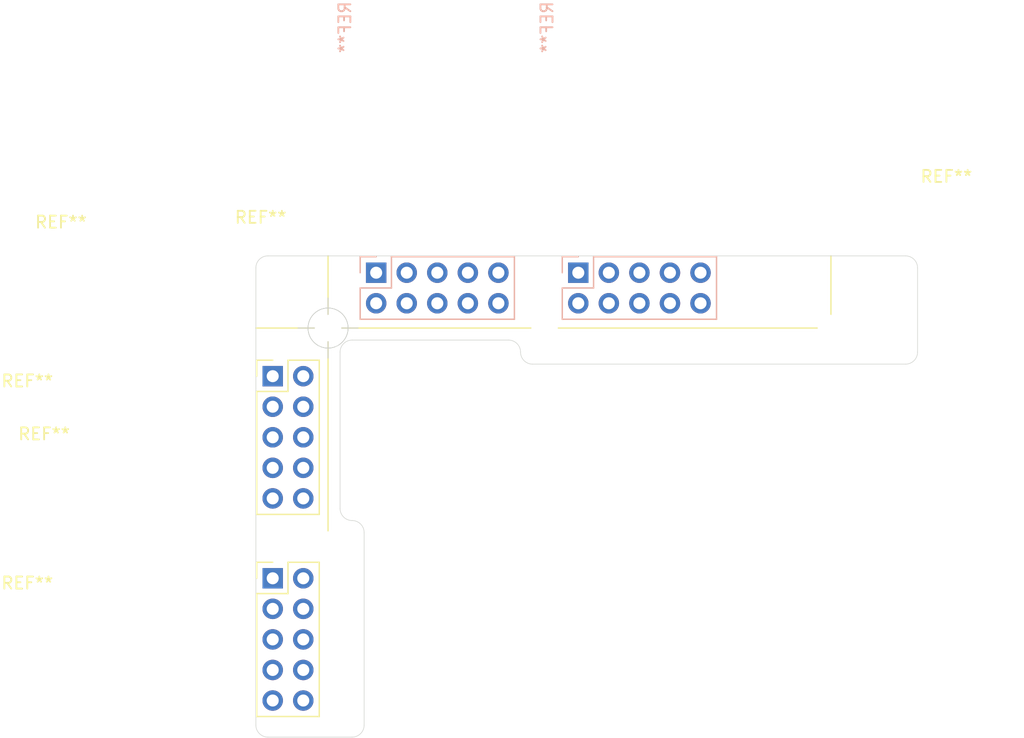
<source format=kicad_pcb>
(kicad_pcb (version 20171130) (host pcbnew 5.1.5-52549c5~84~ubuntu16.04.1)

  (general
    (thickness 1.6)
    (drawings 36)
    (tracks 0)
    (zones 0)
    (modules 8)
    (nets 1)
  )

  (page A4)
  (layers
    (0 F.Cu signal)
    (31 B.Cu signal)
    (32 B.Adhes user)
    (33 F.Adhes user)
    (34 B.Paste user)
    (35 F.Paste user)
    (36 B.SilkS user)
    (37 F.SilkS user)
    (38 B.Mask user)
    (39 F.Mask user)
    (40 Dwgs.User user)
    (41 Cmts.User user)
    (42 Eco1.User user)
    (43 Eco2.User user)
    (44 Edge.Cuts user)
    (45 Margin user)
    (46 B.CrtYd user)
    (47 F.CrtYd user)
    (48 B.Fab user)
    (49 F.Fab user)
  )

  (setup
    (last_trace_width 0.25)
    (trace_clearance 0.2)
    (zone_clearance 0.508)
    (zone_45_only no)
    (trace_min 0.2)
    (via_size 0.8)
    (via_drill 0.4)
    (via_min_size 0.4)
    (via_min_drill 0.3)
    (uvia_size 0.3)
    (uvia_drill 0.1)
    (uvias_allowed no)
    (uvia_min_size 0.2)
    (uvia_min_drill 0.1)
    (edge_width 0.05)
    (segment_width 0.2)
    (pcb_text_width 0.3)
    (pcb_text_size 1.5 1.5)
    (mod_edge_width 0.12)
    (mod_text_size 1 1)
    (mod_text_width 0.15)
    (pad_size 1.524 1.524)
    (pad_drill 0.762)
    (pad_to_mask_clearance 0.051)
    (solder_mask_min_width 0.25)
    (aux_axis_origin 149.5092 95.0386)
    (grid_origin 149.5092 95.0386)
    (visible_elements FFFFFF7F)
    (pcbplotparams
      (layerselection 0x010fc_ffffffff)
      (usegerberextensions false)
      (usegerberattributes false)
      (usegerberadvancedattributes false)
      (creategerberjobfile false)
      (excludeedgelayer true)
      (linewidth 0.100000)
      (plotframeref false)
      (viasonmask false)
      (mode 1)
      (useauxorigin false)
      (hpglpennumber 1)
      (hpglpenspeed 20)
      (hpglpendiameter 15.000000)
      (psnegative false)
      (psa4output false)
      (plotreference true)
      (plotvalue true)
      (plotinvisibletext false)
      (padsonsilk false)
      (subtractmaskfromsilk false)
      (outputformat 1)
      (mirror false)
      (drillshape 0)
      (scaleselection 1)
      (outputdirectory ""))
  )

  (net 0 "")

  (net_class Default "This is the default net class."
    (clearance 0.2)
    (trace_width 0.25)
    (via_dia 0.8)
    (via_drill 0.4)
    (uvia_dia 0.3)
    (uvia_drill 0.1)
  )

  (module MountingHole:MountingHole_2.2mm_M2 (layer F.Cu) (tedit 56D1B4CB) (tstamp 5E1AC4F6)
    (at 167.5092 95.0386)
    (descr "Mounting Hole 2.2mm, no annular, M2")
    (tags "mounting hole 2.2mm no annular m2")
    (attr virtual)
    (fp_text reference REF** (at -23.6 -9.2) (layer F.SilkS)
      (effects (font (size 1 1) (thickness 0.15)))
    )
    (fp_text value MountingHole_2.2mm_M2 (at 0 3.2) (layer F.Fab)
      (effects (font (size 1 1) (thickness 0.15)))
    )
    (fp_text user %R (at 0.3 0) (layer F.Fab)
      (effects (font (size 1 1) (thickness 0.15)))
    )
    (fp_circle (center 0 0) (end 2.2 0) (layer Cmts.User) (width 0.15))
    (fp_circle (center 0 0) (end 2.45 0) (layer F.CrtYd) (width 0.05))
    (pad 1 np_thru_hole circle (at 0 0) (size 2.2 2.2) (drill 2.2) (layers *.Cu *.Mask))
  )

  (module Connector_PinHeader_2.54mm:PinHeader_2x05_P2.54mm_Vertical (layer F.Cu) (tedit 59FED5CC) (tstamp 5E1AC3F7)
    (at 144.9092 99.0386)
    (descr "Through hole straight pin header, 2x05, 2.54mm pitch, double rows")
    (tags "Through hole pin header THT 2x05 2.54mm double row")
    (fp_text reference REF** (at -20.4 0.4) (layer F.SilkS)
      (effects (font (size 1 1) (thickness 0.15)))
    )
    (fp_text value PinHeader_2x05_P2.54mm_Vertical (at 1.27 9.95) (layer F.Fab)
      (effects (font (size 1 1) (thickness 0.15)))
    )
    (fp_line (start 0 -1.27) (end 3.81 -1.27) (layer F.Fab) (width 0.1))
    (fp_line (start 3.81 -1.27) (end 3.81 11.43) (layer F.Fab) (width 0.1))
    (fp_line (start 3.81 11.43) (end -1.27 11.43) (layer F.Fab) (width 0.1))
    (fp_line (start -1.27 11.43) (end -1.27 0) (layer F.Fab) (width 0.1))
    (fp_line (start -1.27 0) (end 0 -1.27) (layer F.Fab) (width 0.1))
    (fp_line (start -1.33 11.49) (end 3.87 11.49) (layer F.SilkS) (width 0.12))
    (fp_line (start -1.33 1.27) (end -1.33 11.49) (layer F.SilkS) (width 0.12))
    (fp_line (start 3.87 -1.33) (end 3.87 11.49) (layer F.SilkS) (width 0.12))
    (fp_line (start -1.33 1.27) (end 1.27 1.27) (layer F.SilkS) (width 0.12))
    (fp_line (start 1.27 1.27) (end 1.27 -1.33) (layer F.SilkS) (width 0.12))
    (fp_line (start 1.27 -1.33) (end 3.87 -1.33) (layer F.SilkS) (width 0.12))
    (fp_line (start -1.33 0) (end -1.33 -1.33) (layer F.SilkS) (width 0.12))
    (fp_line (start -1.33 -1.33) (end 0 -1.33) (layer F.SilkS) (width 0.12))
    (fp_line (start -1.8 -1.8) (end -1.8 11.95) (layer F.CrtYd) (width 0.05))
    (fp_line (start -1.8 11.95) (end 4.35 11.95) (layer F.CrtYd) (width 0.05))
    (fp_line (start 4.35 11.95) (end 4.35 -1.8) (layer F.CrtYd) (width 0.05))
    (fp_line (start 4.35 -1.8) (end -1.8 -1.8) (layer F.CrtYd) (width 0.05))
    (fp_text user %R (at 1.27 3.81 90) (layer F.Fab)
      (effects (font (size 1 1) (thickness 0.15)))
    )
    (pad 1 thru_hole rect (at 0 0) (size 1.7 1.7) (drill 1) (layers *.Cu *.Mask))
    (pad 2 thru_hole oval (at 2.54 0) (size 1.7 1.7) (drill 1) (layers *.Cu *.Mask))
    (pad 3 thru_hole oval (at 0 2.54) (size 1.7 1.7) (drill 1) (layers *.Cu *.Mask))
    (pad 4 thru_hole oval (at 2.54 2.54) (size 1.7 1.7) (drill 1) (layers *.Cu *.Mask))
    (pad 5 thru_hole oval (at 0 5.08) (size 1.7 1.7) (drill 1) (layers *.Cu *.Mask))
    (pad 6 thru_hole oval (at 2.54 5.08) (size 1.7 1.7) (drill 1) (layers *.Cu *.Mask))
    (pad 7 thru_hole oval (at 0 7.62) (size 1.7 1.7) (drill 1) (layers *.Cu *.Mask))
    (pad 8 thru_hole oval (at 2.54 7.62) (size 1.7 1.7) (drill 1) (layers *.Cu *.Mask))
    (pad 9 thru_hole oval (at 0 10.16) (size 1.7 1.7) (drill 1) (layers *.Cu *.Mask))
    (pad 10 thru_hole oval (at 2.54 10.16) (size 1.7 1.7) (drill 1) (layers *.Cu *.Mask))
    (model ${KISYS3DMOD}/Connector_PinHeader_2.54mm.3dshapes/PinHeader_2x05_P2.54mm_Vertical.wrl
      (at (xyz 0 0 0))
      (scale (xyz 1 1 1))
      (rotate (xyz 0 0 0))
    )
  )

  (module Connector_PinHeader_2.54mm:PinHeader_2x05_P2.54mm_Vertical (layer B.Cu) (tedit 59FED5CC) (tstamp 5E1AC397)
    (at 153.5092 90.4386 270)
    (descr "Through hole straight pin header, 2x05, 2.54mm pitch, double rows")
    (tags "Through hole pin header THT 2x05 2.54mm double row")
    (fp_text reference REF** (at -20.4 2.6 270) (layer B.SilkS)
      (effects (font (size 1 1) (thickness 0.15)) (justify mirror))
    )
    (fp_text value PinHeader_2x05_P2.54mm_Vertical (at 1.27 -9.95 270) (layer B.Fab)
      (effects (font (size 1 1) (thickness 0.15)) (justify mirror))
    )
    (fp_line (start 0 1.27) (end 3.81 1.27) (layer B.Fab) (width 0.1))
    (fp_line (start 3.81 1.27) (end 3.81 -11.43) (layer B.Fab) (width 0.1))
    (fp_line (start 3.81 -11.43) (end -1.27 -11.43) (layer B.Fab) (width 0.1))
    (fp_line (start -1.27 -11.43) (end -1.27 0) (layer B.Fab) (width 0.1))
    (fp_line (start -1.27 0) (end 0 1.27) (layer B.Fab) (width 0.1))
    (fp_line (start -1.33 -11.49) (end 3.87 -11.49) (layer B.SilkS) (width 0.12))
    (fp_line (start -1.33 -1.27) (end -1.33 -11.49) (layer B.SilkS) (width 0.12))
    (fp_line (start 3.87 1.33) (end 3.87 -11.49) (layer B.SilkS) (width 0.12))
    (fp_line (start -1.33 -1.27) (end 1.27 -1.27) (layer B.SilkS) (width 0.12))
    (fp_line (start 1.27 -1.27) (end 1.27 1.33) (layer B.SilkS) (width 0.12))
    (fp_line (start 1.27 1.33) (end 3.87 1.33) (layer B.SilkS) (width 0.12))
    (fp_line (start -1.33 0) (end -1.33 1.33) (layer B.SilkS) (width 0.12))
    (fp_line (start -1.33 1.33) (end 0 1.33) (layer B.SilkS) (width 0.12))
    (fp_line (start -1.8 1.8) (end -1.8 -11.95) (layer B.CrtYd) (width 0.05))
    (fp_line (start -1.8 -11.95) (end 4.35 -11.95) (layer B.CrtYd) (width 0.05))
    (fp_line (start 4.35 -11.95) (end 4.35 1.8) (layer B.CrtYd) (width 0.05))
    (fp_line (start 4.35 1.8) (end -1.8 1.8) (layer B.CrtYd) (width 0.05))
    (fp_text user %R (at 1.27 -3.81) (layer B.Fab)
      (effects (font (size 1 1) (thickness 0.15)) (justify mirror))
    )
    (pad 1 thru_hole rect (at 0 0 270) (size 1.7 1.7) (drill 1) (layers *.Cu *.Mask))
    (pad 2 thru_hole oval (at 2.54 0 270) (size 1.7 1.7) (drill 1) (layers *.Cu *.Mask))
    (pad 3 thru_hole oval (at 0 -2.54 270) (size 1.7 1.7) (drill 1) (layers *.Cu *.Mask))
    (pad 4 thru_hole oval (at 2.54 -2.54 270) (size 1.7 1.7) (drill 1) (layers *.Cu *.Mask))
    (pad 5 thru_hole oval (at 0 -5.08 270) (size 1.7 1.7) (drill 1) (layers *.Cu *.Mask))
    (pad 6 thru_hole oval (at 2.54 -5.08 270) (size 1.7 1.7) (drill 1) (layers *.Cu *.Mask))
    (pad 7 thru_hole oval (at 0 -7.62 270) (size 1.7 1.7) (drill 1) (layers *.Cu *.Mask))
    (pad 8 thru_hole oval (at 2.54 -7.62 270) (size 1.7 1.7) (drill 1) (layers *.Cu *.Mask))
    (pad 9 thru_hole oval (at 0 -10.16 270) (size 1.7 1.7) (drill 1) (layers *.Cu *.Mask))
    (pad 10 thru_hole oval (at 2.54 -10.16 270) (size 1.7 1.7) (drill 1) (layers *.Cu *.Mask))
    (model ${KISYS3DMOD}/Connector_PinHeader_2.54mm.3dshapes/PinHeader_2x05_P2.54mm_Vertical.wrl
      (at (xyz 0 0 0))
      (scale (xyz 1 1 1))
      (rotate (xyz 0 0 0))
    )
  )

  (module MountingHole:MountingHole_2.2mm_M2 (layer F.Cu) (tedit 56D1B4CB) (tstamp 5E1AC25D)
    (at 149.5092 95.0386)
    (descr "Mounting Hole 2.2mm, no annular, M2")
    (tags "mounting hole 2.2mm no annular m2")
    (attr virtual)
    (fp_text reference REF** (at -22.2 -8.8) (layer F.SilkS)
      (effects (font (size 1 1) (thickness 0.15)))
    )
    (fp_text value MountingHole_2.2mm_M2 (at 0 3.2) (layer F.Fab)
      (effects (font (size 1 1) (thickness 0.15)))
    )
    (fp_text user %R (at 0.3 0) (layer F.Fab)
      (effects (font (size 1 1) (thickness 0.15)))
    )
    (fp_circle (center 0 0) (end 2.2 0) (layer Cmts.User) (width 0.15))
    (fp_circle (center 0 0) (end 2.45 0) (layer F.CrtYd) (width 0.05))
    (pad 1 np_thru_hole circle (at 0 0) (size 2.2 2.2) (drill 2.2) (layers *.Cu *.Mask))
  )

  (module Connector_PinHeader_2.54mm:PinHeader_2x05_P2.54mm_Vertical (layer B.Cu) (tedit 59FED5CC) (tstamp 5E1AABEE)
    (at 170.3092 90.4386 270)
    (descr "Through hole straight pin header, 2x05, 2.54mm pitch, double rows")
    (tags "Through hole pin header THT 2x05 2.54mm double row")
    (fp_text reference REF** (at -20.4 2.6 270) (layer B.SilkS)
      (effects (font (size 1 1) (thickness 0.15)) (justify mirror))
    )
    (fp_text value PinHeader_2x05_P2.54mm_Vertical (at 1.27 -9.95 270) (layer B.Fab)
      (effects (font (size 1 1) (thickness 0.15)) (justify mirror))
    )
    (fp_text user %R (at 1.27 -3.81) (layer B.Fab)
      (effects (font (size 1 1) (thickness 0.15)) (justify mirror))
    )
    (fp_line (start 4.35 1.8) (end -1.8 1.8) (layer B.CrtYd) (width 0.05))
    (fp_line (start 4.35 -11.95) (end 4.35 1.8) (layer B.CrtYd) (width 0.05))
    (fp_line (start -1.8 -11.95) (end 4.35 -11.95) (layer B.CrtYd) (width 0.05))
    (fp_line (start -1.8 1.8) (end -1.8 -11.95) (layer B.CrtYd) (width 0.05))
    (fp_line (start -1.33 1.33) (end 0 1.33) (layer B.SilkS) (width 0.12))
    (fp_line (start -1.33 0) (end -1.33 1.33) (layer B.SilkS) (width 0.12))
    (fp_line (start 1.27 1.33) (end 3.87 1.33) (layer B.SilkS) (width 0.12))
    (fp_line (start 1.27 -1.27) (end 1.27 1.33) (layer B.SilkS) (width 0.12))
    (fp_line (start -1.33 -1.27) (end 1.27 -1.27) (layer B.SilkS) (width 0.12))
    (fp_line (start 3.87 1.33) (end 3.87 -11.49) (layer B.SilkS) (width 0.12))
    (fp_line (start -1.33 -1.27) (end -1.33 -11.49) (layer B.SilkS) (width 0.12))
    (fp_line (start -1.33 -11.49) (end 3.87 -11.49) (layer B.SilkS) (width 0.12))
    (fp_line (start -1.27 0) (end 0 1.27) (layer B.Fab) (width 0.1))
    (fp_line (start -1.27 -11.43) (end -1.27 0) (layer B.Fab) (width 0.1))
    (fp_line (start 3.81 -11.43) (end -1.27 -11.43) (layer B.Fab) (width 0.1))
    (fp_line (start 3.81 1.27) (end 3.81 -11.43) (layer B.Fab) (width 0.1))
    (fp_line (start 0 1.27) (end 3.81 1.27) (layer B.Fab) (width 0.1))
    (pad 10 thru_hole oval (at 2.54 -10.16 270) (size 1.7 1.7) (drill 1) (layers *.Cu *.Mask))
    (pad 9 thru_hole oval (at 0 -10.16 270) (size 1.7 1.7) (drill 1) (layers *.Cu *.Mask))
    (pad 8 thru_hole oval (at 2.54 -7.62 270) (size 1.7 1.7) (drill 1) (layers *.Cu *.Mask))
    (pad 7 thru_hole oval (at 0 -7.62 270) (size 1.7 1.7) (drill 1) (layers *.Cu *.Mask))
    (pad 6 thru_hole oval (at 2.54 -5.08 270) (size 1.7 1.7) (drill 1) (layers *.Cu *.Mask))
    (pad 5 thru_hole oval (at 0 -5.08 270) (size 1.7 1.7) (drill 1) (layers *.Cu *.Mask))
    (pad 4 thru_hole oval (at 2.54 -2.54 270) (size 1.7 1.7) (drill 1) (layers *.Cu *.Mask))
    (pad 3 thru_hole oval (at 0 -2.54 270) (size 1.7 1.7) (drill 1) (layers *.Cu *.Mask))
    (pad 2 thru_hole oval (at 2.54 0 270) (size 1.7 1.7) (drill 1) (layers *.Cu *.Mask))
    (pad 1 thru_hole rect (at 0 0 270) (size 1.7 1.7) (drill 1) (layers *.Cu *.Mask))
    (model ${KISYS3DMOD}/Connector_PinHeader_2.54mm.3dshapes/PinHeader_2x05_P2.54mm_Vertical.wrl
      (at (xyz 0 0 0))
      (scale (xyz 1 1 1))
      (rotate (xyz 0 0 0))
    )
  )

  (module Connector_PinHeader_2.54mm:PinHeader_2x05_P2.54mm_Vertical (layer F.Cu) (tedit 59FED5CC) (tstamp 5E1AC125)
    (at 144.9092 115.8386)
    (descr "Through hole straight pin header, 2x05, 2.54mm pitch, double rows")
    (tags "Through hole pin header THT 2x05 2.54mm double row")
    (fp_text reference REF** (at -20.4 0.4) (layer F.SilkS)
      (effects (font (size 1 1) (thickness 0.15)))
    )
    (fp_text value PinHeader_2x05_P2.54mm_Vertical (at 1.27 9.95) (layer F.Fab)
      (effects (font (size 1 1) (thickness 0.15)))
    )
    (fp_text user %R (at 1.27 3.81 90) (layer F.Fab)
      (effects (font (size 1 1) (thickness 0.15)))
    )
    (fp_line (start 4.35 -1.8) (end -1.8 -1.8) (layer F.CrtYd) (width 0.05))
    (fp_line (start 4.35 11.95) (end 4.35 -1.8) (layer F.CrtYd) (width 0.05))
    (fp_line (start -1.8 11.95) (end 4.35 11.95) (layer F.CrtYd) (width 0.05))
    (fp_line (start -1.8 -1.8) (end -1.8 11.95) (layer F.CrtYd) (width 0.05))
    (fp_line (start -1.33 -1.33) (end 0 -1.33) (layer F.SilkS) (width 0.12))
    (fp_line (start -1.33 0) (end -1.33 -1.33) (layer F.SilkS) (width 0.12))
    (fp_line (start 1.27 -1.33) (end 3.87 -1.33) (layer F.SilkS) (width 0.12))
    (fp_line (start 1.27 1.27) (end 1.27 -1.33) (layer F.SilkS) (width 0.12))
    (fp_line (start -1.33 1.27) (end 1.27 1.27) (layer F.SilkS) (width 0.12))
    (fp_line (start 3.87 -1.33) (end 3.87 11.49) (layer F.SilkS) (width 0.12))
    (fp_line (start -1.33 1.27) (end -1.33 11.49) (layer F.SilkS) (width 0.12))
    (fp_line (start -1.33 11.49) (end 3.87 11.49) (layer F.SilkS) (width 0.12))
    (fp_line (start -1.27 0) (end 0 -1.27) (layer F.Fab) (width 0.1))
    (fp_line (start -1.27 11.43) (end -1.27 0) (layer F.Fab) (width 0.1))
    (fp_line (start 3.81 11.43) (end -1.27 11.43) (layer F.Fab) (width 0.1))
    (fp_line (start 3.81 -1.27) (end 3.81 11.43) (layer F.Fab) (width 0.1))
    (fp_line (start 0 -1.27) (end 3.81 -1.27) (layer F.Fab) (width 0.1))
    (pad 10 thru_hole oval (at 2.54 10.16) (size 1.7 1.7) (drill 1) (layers *.Cu *.Mask))
    (pad 9 thru_hole oval (at 0 10.16) (size 1.7 1.7) (drill 1) (layers *.Cu *.Mask))
    (pad 8 thru_hole oval (at 2.54 7.62) (size 1.7 1.7) (drill 1) (layers *.Cu *.Mask))
    (pad 7 thru_hole oval (at 0 7.62) (size 1.7 1.7) (drill 1) (layers *.Cu *.Mask))
    (pad 6 thru_hole oval (at 2.54 5.08) (size 1.7 1.7) (drill 1) (layers *.Cu *.Mask))
    (pad 5 thru_hole oval (at 0 5.08) (size 1.7 1.7) (drill 1) (layers *.Cu *.Mask))
    (pad 4 thru_hole oval (at 2.54 2.54) (size 1.7 1.7) (drill 1) (layers *.Cu *.Mask))
    (pad 3 thru_hole oval (at 0 2.54) (size 1.7 1.7) (drill 1) (layers *.Cu *.Mask))
    (pad 2 thru_hole oval (at 2.54 0) (size 1.7 1.7) (drill 1) (layers *.Cu *.Mask))
    (pad 1 thru_hole rect (at 0 0) (size 1.7 1.7) (drill 1) (layers *.Cu *.Mask))
    (model ${KISYS3DMOD}/Connector_PinHeader_2.54mm.3dshapes/PinHeader_2x05_P2.54mm_Vertical.wrl
      (at (xyz 0 0 0))
      (scale (xyz 1 1 1))
      (rotate (xyz 0 0 0))
    )
  )

  (module MountingHole:MountingHole_2.2mm_M2 (layer F.Cu) (tedit 56D1B4CB) (tstamp 5E1AADE8)
    (at 191.3092 95.0386)
    (descr "Mounting Hole 2.2mm, no annular, M2")
    (tags "mounting hole 2.2mm no annular m2")
    (attr virtual)
    (fp_text reference REF** (at 9.6 -12.6) (layer F.SilkS)
      (effects (font (size 1 1) (thickness 0.15)))
    )
    (fp_text value MountingHole_2.2mm_M2 (at 0 3.2) (layer F.Fab)
      (effects (font (size 1 1) (thickness 0.15)))
    )
    (fp_circle (center 0 0) (end 2.45 0) (layer F.CrtYd) (width 0.05))
    (fp_circle (center 0 0) (end 2.2 0) (layer Cmts.User) (width 0.15))
    (fp_text user %R (at 0.3 0) (layer F.Fab)
      (effects (font (size 1 1) (thickness 0.15)))
    )
    (pad 1 np_thru_hole circle (at 0 0) (size 2.2 2.2) (drill 2.2) (layers *.Cu *.Mask))
  )

  (module MountingHole:MountingHole_2.2mm_M2 (layer F.Cu) (tedit 56D1B4CB) (tstamp 5E1AC2CD)
    (at 149.5092 113.0386)
    (descr "Mounting Hole 2.2mm, no annular, M2")
    (tags "mounting hole 2.2mm no annular m2")
    (attr virtual)
    (fp_text reference REF** (at -23.6 -9.2) (layer F.SilkS)
      (effects (font (size 1 1) (thickness 0.15)))
    )
    (fp_text value MountingHole_2.2mm_M2 (at 0 3.2) (layer F.Fab)
      (effects (font (size 1 1) (thickness 0.15)))
    )
    (fp_circle (center 0 0) (end 2.45 0) (layer F.CrtYd) (width 0.05))
    (fp_circle (center 0 0) (end 2.2 0) (layer Cmts.User) (width 0.15))
    (fp_text user %R (at 0.3 0) (layer F.Fab)
      (effects (font (size 1 1) (thickness 0.15)))
    )
    (pad 1 np_thru_hole circle (at 0 0) (size 2.2 2.2) (drill 2.2) (layers *.Cu *.Mask))
  )

  (target plus (at 149.5092 95.0386) (size 5) (width 0.05) (layer Edge.Cuts))
  (target plus (at 149.5092 95.0386) (size 5) (width 0.05) (layer Edge.Cuts) (tstamp 5E1C450F))
  (target plus (at 149.5092 95.0386) (size 5) (width 0.05) (layer Edge.Cuts))
  (dimension 1 (width 0.15) (layer Dwgs.User)
    (gr_text "1.000 mm" (at 136.2092 95.5386 270) (layer Dwgs.User)
      (effects (font (size 1 1) (thickness 0.15)))
    )
    (feature1 (pts (xy 156.9092 96.0386) (xy 136.922779 96.0386)))
    (feature2 (pts (xy 156.9092 95.0386) (xy 136.922779 95.0386)))
    (crossbar (pts (xy 137.5092 95.0386) (xy 137.5092 96.0386)))
    (arrow1a (pts (xy 137.5092 96.0386) (xy 136.922779 94.912096)))
    (arrow1b (pts (xy 137.5092 96.0386) (xy 138.095621 94.912096)))
    (arrow2a (pts (xy 137.5092 95.0386) (xy 136.922779 96.165104)))
    (arrow2b (pts (xy 137.5092 95.0386) (xy 138.095621 96.165104)))
  )
  (dimension 3 (width 0.15) (layer Dwgs.User)
    (gr_text "3.000 mm" (at 206.0092 96.5386 270) (layer Dwgs.User)
      (effects (font (size 1 1) (thickness 0.15)))
    )
    (feature1 (pts (xy 191.3092 98.0386) (xy 205.295621 98.0386)))
    (feature2 (pts (xy 191.3092 95.0386) (xy 205.295621 95.0386)))
    (crossbar (pts (xy 204.7092 95.0386) (xy 204.7092 98.0386)))
    (arrow1a (pts (xy 204.7092 98.0386) (xy 204.122779 96.912096)))
    (arrow1b (pts (xy 204.7092 98.0386) (xy 205.295621 96.912096)))
    (arrow2a (pts (xy 204.7092 95.0386) (xy 204.122779 96.165104)))
    (arrow2b (pts (xy 204.7092 95.0386) (xy 205.295621 96.165104)))
  )
  (dimension 18 (width 0.15) (layer Dwgs.User)
    (gr_text "18.000 mm" (at 158.5092 77.3386) (layer Dwgs.User)
      (effects (font (size 1 1) (thickness 0.15)))
    )
    (feature1 (pts (xy 167.5092 95.0386) (xy 167.5092 78.052179)))
    (feature2 (pts (xy 149.5092 95.0386) (xy 149.5092 78.052179)))
    (crossbar (pts (xy 149.5092 78.6386) (xy 167.5092 78.6386)))
    (arrow1a (pts (xy 167.5092 78.6386) (xy 166.382696 79.225021)))
    (arrow1b (pts (xy 167.5092 78.6386) (xy 166.382696 78.052179)))
    (arrow2a (pts (xy 149.5092 78.6386) (xy 150.635704 79.225021)))
    (arrow2b (pts (xy 149.5092 78.6386) (xy 150.635704 78.052179)))
  )
  (dimension 18 (width 0.15) (layer Dwgs.User)
    (gr_text "18.000 mm" (at 129.8092 104.0386 270) (layer Dwgs.User)
      (effects (font (size 1 1) (thickness 0.15)))
    )
    (feature1 (pts (xy 149.5092 113.0386) (xy 130.522779 113.0386)))
    (feature2 (pts (xy 149.5092 95.0386) (xy 130.522779 95.0386)))
    (crossbar (pts (xy 131.1092 95.0386) (xy 131.1092 113.0386)))
    (arrow1a (pts (xy 131.1092 113.0386) (xy 130.522779 111.912096)))
    (arrow1b (pts (xy 131.1092 113.0386) (xy 131.695621 111.912096)))
    (arrow2a (pts (xy 131.1092 95.0386) (xy 130.522779 96.165104)))
    (arrow2b (pts (xy 131.1092 95.0386) (xy 131.695621 96.165104)))
  )
  (dimension 41.8 (width 0.15) (layer Dwgs.User)
    (gr_text "41.800 mm" (at 170.4092 73.5386) (layer Dwgs.User)
      (effects (font (size 1 1) (thickness 0.15)))
    )
    (feature1 (pts (xy 191.3092 95.0386) (xy 191.3092 74.252179)))
    (feature2 (pts (xy 149.5092 95.0386) (xy 149.5092 74.252179)))
    (crossbar (pts (xy 149.5092 74.8386) (xy 191.3092 74.8386)))
    (arrow1a (pts (xy 191.3092 74.8386) (xy 190.182696 75.425021)))
    (arrow1b (pts (xy 191.3092 74.8386) (xy 190.182696 74.252179)))
    (arrow2a (pts (xy 149.5092 74.8386) (xy 150.635704 75.425021)))
    (arrow2b (pts (xy 149.5092 74.8386) (xy 150.635704 74.252179)))
  )
  (gr_line (start 143.5092 90.4386) (end 198.5092 90.4386) (layer Dwgs.User) (width 0.15))
  (gr_line (start 144.9092 89.0386) (end 144.9092 129.0386) (layer Dwgs.User) (width 0.15) (tstamp 5E1AB2D1))
  (gr_arc (start 197.5092 97.0386) (end 197.5092 98.0386) (angle -90) (layer Edge.Cuts) (width 0.05) (tstamp 5E1A9A55))
  (gr_arc (start 197.5092 90.0386) (end 198.5092 90.0386) (angle -90) (layer Edge.Cuts) (width 0.05) (tstamp 5E1A9A55))
  (gr_arc (start 144.5092 90.0386) (end 144.5092 89.0386) (angle -90) (layer Edge.Cuts) (width 0.05) (tstamp 5E1A9A55))
  (gr_arc (start 144.5092 128.0386) (end 143.5092 128.0386) (angle -90) (layer Edge.Cuts) (width 0.05) (tstamp 5E1A9A55))
  (gr_arc (start 151.5092 128.0386) (end 151.5092 129.0386) (angle -90) (layer Edge.Cuts) (width 0.05) (tstamp 5E1A9A55))
  (gr_arc (start 151.5092 110.0386) (end 150.5092 110.0386) (angle -90) (layer Edge.Cuts) (width 0.05) (tstamp 5E1A9A55))
  (gr_arc (start 151.5092 112.0386) (end 152.5092 112.0386) (angle -90) (layer Edge.Cuts) (width 0.05) (tstamp 5E1A9A55))
  (gr_arc (start 151.5092 97.0386) (end 151.5092 96.0386) (angle -90) (layer Edge.Cuts) (width 0.05) (tstamp 5E1A9A55))
  (gr_arc (start 164.5092 97.0386) (end 165.5092 97.0386) (angle -90) (layer Edge.Cuts) (width 0.05) (tstamp 5E1A9A48))
  (gr_arc (start 166.5092 97.0386) (end 165.5092 97.0386) (angle -90) (layer Edge.Cuts) (width 0.05))
  (gr_line (start 150.5092 97.0386) (end 150.5092 110.0386) (layer Edge.Cuts) (width 0.05))
  (gr_line (start 164.5092 96.0386) (end 151.5092 96.0386) (layer Edge.Cuts) (width 0.05))
  (gr_circle (center 149.5092 113.0386) (end 149.7092 113.0386) (layer F.SilkS) (width 0.12) (tstamp 5E1A3595))
  (gr_line (start 149.5092 95.2386) (end 149.5092 112.8386) (layer F.SilkS) (width 0.12) (tstamp 5E1A3488))
  (gr_line (start 191.3092 94.8386) (end 191.3092 89.0386) (layer F.SilkS) (width 0.12))
  (gr_line (start 149.7092 95.0386) (end 191.1092 95.0386) (layer F.SilkS) (width 0.12) (tstamp 5E1A33FC))
  (gr_circle (center 191.3092 95.0386) (end 191.5092 95.0386) (layer F.SilkS) (width 0.12) (tstamp 5E0D842F))
  (gr_circle (center 149.5092 95.0386) (end 149.7092 95.0386) (layer F.SilkS) (width 0.12))
  (gr_line (start 149.5092 89.0386) (end 149.5092 94.8386) (layer F.SilkS) (width 0.12))
  (gr_line (start 143.5092 95.0386) (end 149.3092 95.0386) (layer F.SilkS) (width 0.12))
  (gr_line (start 143.5092 128.0386) (end 143.5092 90.0386) (layer Edge.Cuts) (width 0.05) (tstamp 5E0D83E2))
  (gr_line (start 151.5092 129.0386) (end 144.5092 129.0386) (layer Edge.Cuts) (width 0.05))
  (gr_line (start 152.5092 112.0386) (end 152.5092 128.0386) (layer Edge.Cuts) (width 0.05))
  (gr_line (start 197.5092 98.0386) (end 166.5092 98.0386) (layer Edge.Cuts) (width 0.05))
  (gr_line (start 198.5092 90.0386) (end 198.5092 97.0386) (layer Edge.Cuts) (width 0.05))
  (gr_line (start 144.5092 89.0386) (end 197.5092 89.0386) (layer Edge.Cuts) (width 0.05))

)

</source>
